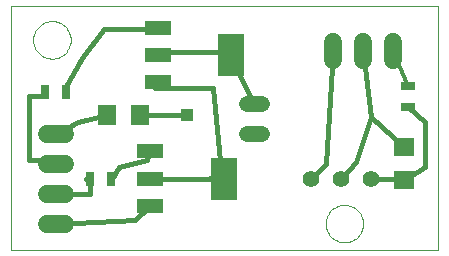
<source format=gtl>
G75*
%MOIN*%
%OFA0B0*%
%FSLAX24Y24*%
%IPPOS*%
%LPD*%
%AMOC8*
5,1,8,0,0,1.08239X$1,22.5*
%
%ADD10C,0.0000*%
%ADD11C,0.0520*%
%ADD12R,0.0880X0.0480*%
%ADD13R,0.0866X0.1417*%
%ADD14C,0.0550*%
%ADD15C,0.0600*%
%ADD16R,0.0709X0.0630*%
%ADD17R,0.0472X0.0315*%
%ADD18R,0.0630X0.0709*%
%ADD19R,0.0315X0.0472*%
%ADD20C,0.0160*%
%ADD21C,0.0060*%
%ADD22R,0.0396X0.0396*%
%ADD23C,0.0120*%
D10*
X000100Y000318D02*
X000100Y008439D01*
X014345Y008439D01*
X014345Y000318D01*
X000100Y000318D01*
X010600Y001193D02*
X010602Y001243D01*
X010608Y001292D01*
X010618Y001341D01*
X010631Y001388D01*
X010649Y001435D01*
X010670Y001480D01*
X010694Y001523D01*
X010722Y001564D01*
X010753Y001603D01*
X010787Y001639D01*
X010824Y001673D01*
X010864Y001703D01*
X010905Y001730D01*
X010949Y001754D01*
X010994Y001774D01*
X011041Y001790D01*
X011089Y001803D01*
X011138Y001812D01*
X011188Y001817D01*
X011237Y001818D01*
X011287Y001815D01*
X011336Y001808D01*
X011385Y001797D01*
X011432Y001783D01*
X011478Y001764D01*
X011523Y001742D01*
X011566Y001717D01*
X011606Y001688D01*
X011644Y001656D01*
X011680Y001622D01*
X011713Y001584D01*
X011742Y001544D01*
X011768Y001502D01*
X011791Y001458D01*
X011810Y001412D01*
X011826Y001365D01*
X011838Y001316D01*
X011846Y001267D01*
X011850Y001218D01*
X011850Y001168D01*
X011846Y001119D01*
X011838Y001070D01*
X011826Y001021D01*
X011810Y000974D01*
X011791Y000928D01*
X011768Y000884D01*
X011742Y000842D01*
X011713Y000802D01*
X011680Y000764D01*
X011644Y000730D01*
X011606Y000698D01*
X011566Y000669D01*
X011523Y000644D01*
X011478Y000622D01*
X011432Y000603D01*
X011385Y000589D01*
X011336Y000578D01*
X011287Y000571D01*
X011237Y000568D01*
X011188Y000569D01*
X011138Y000574D01*
X011089Y000583D01*
X011041Y000596D01*
X010994Y000612D01*
X010949Y000632D01*
X010905Y000656D01*
X010864Y000683D01*
X010824Y000713D01*
X010787Y000747D01*
X010753Y000783D01*
X010722Y000822D01*
X010694Y000863D01*
X010670Y000906D01*
X010649Y000951D01*
X010631Y000998D01*
X010618Y001045D01*
X010608Y001094D01*
X010602Y001143D01*
X010600Y001193D01*
X000850Y007318D02*
X000852Y007368D01*
X000858Y007417D01*
X000868Y007466D01*
X000881Y007513D01*
X000899Y007560D01*
X000920Y007605D01*
X000944Y007648D01*
X000972Y007689D01*
X001003Y007728D01*
X001037Y007764D01*
X001074Y007798D01*
X001114Y007828D01*
X001155Y007855D01*
X001199Y007879D01*
X001244Y007899D01*
X001291Y007915D01*
X001339Y007928D01*
X001388Y007937D01*
X001438Y007942D01*
X001487Y007943D01*
X001537Y007940D01*
X001586Y007933D01*
X001635Y007922D01*
X001682Y007908D01*
X001728Y007889D01*
X001773Y007867D01*
X001816Y007842D01*
X001856Y007813D01*
X001894Y007781D01*
X001930Y007747D01*
X001963Y007709D01*
X001992Y007669D01*
X002018Y007627D01*
X002041Y007583D01*
X002060Y007537D01*
X002076Y007490D01*
X002088Y007441D01*
X002096Y007392D01*
X002100Y007343D01*
X002100Y007293D01*
X002096Y007244D01*
X002088Y007195D01*
X002076Y007146D01*
X002060Y007099D01*
X002041Y007053D01*
X002018Y007009D01*
X001992Y006967D01*
X001963Y006927D01*
X001930Y006889D01*
X001894Y006855D01*
X001856Y006823D01*
X001816Y006794D01*
X001773Y006769D01*
X001728Y006747D01*
X001682Y006728D01*
X001635Y006714D01*
X001586Y006703D01*
X001537Y006696D01*
X001487Y006693D01*
X001438Y006694D01*
X001388Y006699D01*
X001339Y006708D01*
X001291Y006721D01*
X001244Y006737D01*
X001199Y006757D01*
X001155Y006781D01*
X001114Y006808D01*
X001074Y006838D01*
X001037Y006872D01*
X001003Y006908D01*
X000972Y006947D01*
X000944Y006988D01*
X000920Y007031D01*
X000899Y007076D01*
X000881Y007123D01*
X000868Y007170D01*
X000858Y007219D01*
X000852Y007268D01*
X000850Y007318D01*
D11*
X007965Y005193D02*
X008485Y005193D01*
X008485Y004193D02*
X007965Y004193D01*
D12*
X005005Y005908D03*
X005005Y006818D03*
X005005Y007728D03*
X004755Y003603D03*
X004755Y002693D03*
X004755Y001783D03*
D13*
X007195Y002693D03*
X007445Y006818D03*
D14*
X010100Y002693D03*
X011100Y002693D03*
X012100Y002693D03*
D15*
X011850Y006643D02*
X011850Y007243D01*
X012850Y007243D02*
X012850Y006643D01*
X010850Y006643D02*
X010850Y007243D01*
X001900Y004193D02*
X001300Y004193D01*
X001300Y003193D02*
X001900Y003193D01*
X001900Y002193D02*
X001300Y002193D01*
X001300Y001193D02*
X001900Y001193D01*
D16*
X013225Y002642D03*
X013225Y003744D03*
D17*
X013350Y005089D03*
X013350Y005797D03*
D18*
X004401Y004818D03*
X003299Y004818D03*
D19*
X001954Y005568D03*
X001246Y005568D03*
X002746Y002693D03*
X003454Y002693D03*
D20*
X003475Y002693D01*
X003725Y003068D01*
X004630Y003318D01*
X004755Y003603D01*
X004755Y002693D02*
X007195Y002693D01*
X007100Y002693D01*
X007100Y002943D01*
X006725Y002693D01*
X007100Y002943D02*
X006850Y005718D01*
X004900Y005718D01*
X004401Y004818D02*
X005975Y004818D01*
X007725Y006193D02*
X008225Y005193D01*
X007725Y006193D02*
X007445Y006568D01*
X007445Y006818D01*
X007445Y006918D01*
X004900Y006918D01*
X005005Y007693D02*
X005005Y007728D01*
X005005Y007693D02*
X003225Y007693D01*
X002475Y006718D01*
X001900Y005718D01*
X001246Y005568D02*
X001246Y005443D01*
X000725Y005443D01*
X000725Y003318D01*
X001600Y003318D01*
X001600Y003193D01*
X002621Y002693D02*
X002746Y002693D01*
X002746Y002193D01*
X001600Y002193D01*
X001600Y001193D02*
X004255Y001318D01*
X004755Y001783D01*
X002350Y004568D02*
X001600Y004193D01*
X002350Y004568D02*
X003299Y004818D01*
X010100Y002693D02*
X010600Y003193D01*
X010850Y006943D01*
X011850Y006943D02*
X012100Y004744D01*
X013225Y003744D01*
X013925Y003068D02*
X013225Y002642D01*
X012600Y002693D01*
X012100Y002693D01*
X011600Y003244D02*
X012100Y004744D01*
X013350Y005089D02*
X013925Y004589D01*
X013925Y003068D01*
X011600Y003244D02*
X011100Y002693D01*
D21*
X005005Y005908D02*
X004900Y005718D01*
X004401Y004818D02*
X004300Y004518D01*
X003299Y004818D02*
X003100Y004518D01*
X001954Y005568D02*
X001900Y005718D01*
X001300Y005718D02*
X001246Y005568D01*
X004900Y006918D02*
X005005Y006818D01*
X004900Y007518D02*
X005005Y007728D01*
X007300Y006918D02*
X007445Y006818D01*
D22*
X005975Y004818D03*
D23*
X012850Y006943D02*
X013350Y005797D01*
M02*

</source>
